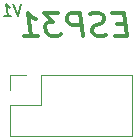
<source format=gbr>
%TF.GenerationSoftware,KiCad,Pcbnew,(5.99.0-10506-gb986797469)*%
%TF.CreationDate,2021-05-05T16:41:54+02:00*%
%TF.ProjectId,ESP31,45535033-312e-46b6-9963-61645f706362,rev?*%
%TF.SameCoordinates,Original*%
%TF.FileFunction,Legend,Bot*%
%TF.FilePolarity,Positive*%
%FSLAX46Y46*%
G04 Gerber Fmt 4.6, Leading zero omitted, Abs format (unit mm)*
G04 Created by KiCad (PCBNEW (5.99.0-10506-gb986797469)) date 2021-05-05 16:41:54*
%MOMM*%
%LPD*%
G01*
G04 APERTURE LIST*
%ADD10C,0.200000*%
%ADD11C,0.300000*%
%ADD12C,0.120000*%
G04 APERTURE END LIST*
D10*
X107029196Y-103452380D02*
X106820863Y-104452380D01*
X106362529Y-103452380D01*
X105630386Y-104452380D02*
X106201815Y-104452380D01*
X105916101Y-104452380D02*
X105791101Y-103452380D01*
X105904196Y-103595238D01*
X106011339Y-103690476D01*
X106112529Y-103738095D01*
D11*
X115844107Y-105107142D02*
X115177440Y-105107142D01*
X115022678Y-106154761D02*
X115975059Y-106154761D01*
X115725059Y-104154761D01*
X114772678Y-104154761D01*
X114248869Y-106059523D02*
X113975059Y-106154761D01*
X113498869Y-106154761D01*
X113296488Y-106059523D01*
X113189345Y-105964285D01*
X113070297Y-105773809D01*
X113046488Y-105583333D01*
X113117916Y-105392857D01*
X113201250Y-105297619D01*
X113379821Y-105202380D01*
X113748869Y-105107142D01*
X113927440Y-105011904D01*
X114010773Y-104916666D01*
X114082202Y-104726190D01*
X114058392Y-104535714D01*
X113939345Y-104345238D01*
X113832202Y-104250000D01*
X113629821Y-104154761D01*
X113153630Y-104154761D01*
X112879821Y-104250000D01*
X112260773Y-106154761D02*
X112010773Y-104154761D01*
X111248869Y-104154761D01*
X111070297Y-104250000D01*
X110986964Y-104345238D01*
X110915535Y-104535714D01*
X110951250Y-104821428D01*
X111070297Y-105011904D01*
X111177440Y-105107142D01*
X111379821Y-105202380D01*
X112141726Y-105202380D01*
X110201250Y-104154761D02*
X108963154Y-104154761D01*
X109725059Y-104916666D01*
X109439345Y-104916666D01*
X109260773Y-105011904D01*
X109177440Y-105107142D01*
X109106011Y-105297619D01*
X109165535Y-105773809D01*
X109284583Y-105964285D01*
X109391726Y-106059523D01*
X109594107Y-106154761D01*
X110165535Y-106154761D01*
X110344107Y-106059523D01*
X110427440Y-105964285D01*
X107308392Y-106154761D02*
X108451250Y-106154761D01*
X107879821Y-106154761D02*
X107629821Y-104154761D01*
X107856011Y-104440476D01*
X108070297Y-104630952D01*
X108272678Y-104726190D01*
D12*
%TO.C,J1*%
X116410000Y-109395000D02*
X116410000Y-114595000D01*
X108730000Y-109395000D02*
X116410000Y-109395000D01*
X106130000Y-114595000D02*
X116410000Y-114595000D01*
X108730000Y-109395000D02*
X108730000Y-111995000D01*
X108730000Y-111995000D02*
X106130000Y-111995000D01*
X106130000Y-111995000D02*
X106130000Y-114595000D01*
X107460000Y-109395000D02*
X106130000Y-109395000D01*
X106130000Y-109395000D02*
X106130000Y-110725000D01*
%TD*%
M02*

</source>
